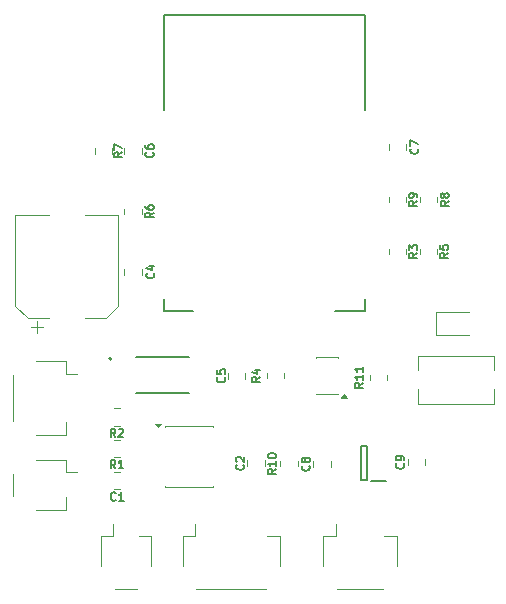
<source format=gbr>
%TF.GenerationSoftware,KiCad,Pcbnew,9.0.6-9.0.6~ubuntu22.04.1*%
%TF.CreationDate,2026-01-04T20:59:47+05:30*%
%TF.ProjectId,TWIN_NODE,5457494e-5f4e-44f4-9445-2e6b69636164,rev?*%
%TF.SameCoordinates,Original*%
%TF.FileFunction,Legend,Top*%
%TF.FilePolarity,Positive*%
%FSLAX46Y46*%
G04 Gerber Fmt 4.6, Leading zero omitted, Abs format (unit mm)*
G04 Created by KiCad (PCBNEW 9.0.6-9.0.6~ubuntu22.04.1) date 2026-01-04 20:59:47*
%MOMM*%
%LPD*%
G01*
G04 APERTURE LIST*
%ADD10C,0.175000*%
%ADD11C,0.120000*%
%ADD12C,0.127000*%
%ADD13C,0.200000*%
G04 APERTURE END LIST*
D10*
X162764733Y-85616666D02*
X162431400Y-85849999D01*
X162764733Y-86016666D02*
X162064733Y-86016666D01*
X162064733Y-86016666D02*
X162064733Y-85749999D01*
X162064733Y-85749999D02*
X162098066Y-85683333D01*
X162098066Y-85683333D02*
X162131400Y-85649999D01*
X162131400Y-85649999D02*
X162198066Y-85616666D01*
X162198066Y-85616666D02*
X162298066Y-85616666D01*
X162298066Y-85616666D02*
X162364733Y-85649999D01*
X162364733Y-85649999D02*
X162398066Y-85683333D01*
X162398066Y-85683333D02*
X162431400Y-85749999D01*
X162431400Y-85749999D02*
X162431400Y-86016666D01*
X162298066Y-85016666D02*
X162764733Y-85016666D01*
X162031400Y-85183333D02*
X162531400Y-85349999D01*
X162531400Y-85349999D02*
X162531400Y-84916666D01*
X153738066Y-76826666D02*
X153771400Y-76859999D01*
X153771400Y-76859999D02*
X153804733Y-76959999D01*
X153804733Y-76959999D02*
X153804733Y-77026666D01*
X153804733Y-77026666D02*
X153771400Y-77126666D01*
X153771400Y-77126666D02*
X153704733Y-77193333D01*
X153704733Y-77193333D02*
X153638066Y-77226666D01*
X153638066Y-77226666D02*
X153504733Y-77259999D01*
X153504733Y-77259999D02*
X153404733Y-77259999D01*
X153404733Y-77259999D02*
X153271400Y-77226666D01*
X153271400Y-77226666D02*
X153204733Y-77193333D01*
X153204733Y-77193333D02*
X153138066Y-77126666D01*
X153138066Y-77126666D02*
X153104733Y-77026666D01*
X153104733Y-77026666D02*
X153104733Y-76959999D01*
X153104733Y-76959999D02*
X153138066Y-76859999D01*
X153138066Y-76859999D02*
X153171400Y-76826666D01*
X153338066Y-76226666D02*
X153804733Y-76226666D01*
X153071400Y-76393333D02*
X153571400Y-76559999D01*
X153571400Y-76559999D02*
X153571400Y-76126666D01*
X153673066Y-66591666D02*
X153706400Y-66624999D01*
X153706400Y-66624999D02*
X153739733Y-66724999D01*
X153739733Y-66724999D02*
X153739733Y-66791666D01*
X153739733Y-66791666D02*
X153706400Y-66891666D01*
X153706400Y-66891666D02*
X153639733Y-66958333D01*
X153639733Y-66958333D02*
X153573066Y-66991666D01*
X153573066Y-66991666D02*
X153439733Y-67024999D01*
X153439733Y-67024999D02*
X153339733Y-67024999D01*
X153339733Y-67024999D02*
X153206400Y-66991666D01*
X153206400Y-66991666D02*
X153139733Y-66958333D01*
X153139733Y-66958333D02*
X153073066Y-66891666D01*
X153073066Y-66891666D02*
X153039733Y-66791666D01*
X153039733Y-66791666D02*
X153039733Y-66724999D01*
X153039733Y-66724999D02*
X153073066Y-66624999D01*
X153073066Y-66624999D02*
X153106400Y-66591666D01*
X153039733Y-65991666D02*
X153039733Y-66124999D01*
X153039733Y-66124999D02*
X153073066Y-66191666D01*
X153073066Y-66191666D02*
X153106400Y-66224999D01*
X153106400Y-66224999D02*
X153206400Y-66291666D01*
X153206400Y-66291666D02*
X153339733Y-66324999D01*
X153339733Y-66324999D02*
X153606400Y-66324999D01*
X153606400Y-66324999D02*
X153673066Y-66291666D01*
X153673066Y-66291666D02*
X153706400Y-66258333D01*
X153706400Y-66258333D02*
X153739733Y-66191666D01*
X153739733Y-66191666D02*
X153739733Y-66058333D01*
X153739733Y-66058333D02*
X153706400Y-65991666D01*
X153706400Y-65991666D02*
X153673066Y-65958333D01*
X153673066Y-65958333D02*
X153606400Y-65924999D01*
X153606400Y-65924999D02*
X153439733Y-65924999D01*
X153439733Y-65924999D02*
X153373066Y-65958333D01*
X153373066Y-65958333D02*
X153339733Y-65991666D01*
X153339733Y-65991666D02*
X153306400Y-66058333D01*
X153306400Y-66058333D02*
X153306400Y-66191666D01*
X153306400Y-66191666D02*
X153339733Y-66258333D01*
X153339733Y-66258333D02*
X153373066Y-66291666D01*
X153373066Y-66291666D02*
X153439733Y-66324999D01*
X164114733Y-93412500D02*
X163781400Y-93645833D01*
X164114733Y-93812500D02*
X163414733Y-93812500D01*
X163414733Y-93812500D02*
X163414733Y-93545833D01*
X163414733Y-93545833D02*
X163448066Y-93479167D01*
X163448066Y-93479167D02*
X163481400Y-93445833D01*
X163481400Y-93445833D02*
X163548066Y-93412500D01*
X163548066Y-93412500D02*
X163648066Y-93412500D01*
X163648066Y-93412500D02*
X163714733Y-93445833D01*
X163714733Y-93445833D02*
X163748066Y-93479167D01*
X163748066Y-93479167D02*
X163781400Y-93545833D01*
X163781400Y-93545833D02*
X163781400Y-93812500D01*
X164114733Y-92745833D02*
X164114733Y-93145833D01*
X164114733Y-92945833D02*
X163414733Y-92945833D01*
X163414733Y-92945833D02*
X163514733Y-93012500D01*
X163514733Y-93012500D02*
X163581400Y-93079167D01*
X163581400Y-93079167D02*
X163614733Y-93145833D01*
X163414733Y-92312500D02*
X163414733Y-92245833D01*
X163414733Y-92245833D02*
X163448066Y-92179166D01*
X163448066Y-92179166D02*
X163481400Y-92145833D01*
X163481400Y-92145833D02*
X163548066Y-92112500D01*
X163548066Y-92112500D02*
X163681400Y-92079166D01*
X163681400Y-92079166D02*
X163848066Y-92079166D01*
X163848066Y-92079166D02*
X163981400Y-92112500D01*
X163981400Y-92112500D02*
X164048066Y-92145833D01*
X164048066Y-92145833D02*
X164081400Y-92179166D01*
X164081400Y-92179166D02*
X164114733Y-92245833D01*
X164114733Y-92245833D02*
X164114733Y-92312500D01*
X164114733Y-92312500D02*
X164081400Y-92379166D01*
X164081400Y-92379166D02*
X164048066Y-92412500D01*
X164048066Y-92412500D02*
X163981400Y-92445833D01*
X163981400Y-92445833D02*
X163848066Y-92479166D01*
X163848066Y-92479166D02*
X163681400Y-92479166D01*
X163681400Y-92479166D02*
X163548066Y-92445833D01*
X163548066Y-92445833D02*
X163481400Y-92412500D01*
X163481400Y-92412500D02*
X163448066Y-92379166D01*
X163448066Y-92379166D02*
X163414733Y-92312500D01*
X171464733Y-86117500D02*
X171131400Y-86350833D01*
X171464733Y-86517500D02*
X170764733Y-86517500D01*
X170764733Y-86517500D02*
X170764733Y-86250833D01*
X170764733Y-86250833D02*
X170798066Y-86184167D01*
X170798066Y-86184167D02*
X170831400Y-86150833D01*
X170831400Y-86150833D02*
X170898066Y-86117500D01*
X170898066Y-86117500D02*
X170998066Y-86117500D01*
X170998066Y-86117500D02*
X171064733Y-86150833D01*
X171064733Y-86150833D02*
X171098066Y-86184167D01*
X171098066Y-86184167D02*
X171131400Y-86250833D01*
X171131400Y-86250833D02*
X171131400Y-86517500D01*
X171464733Y-85450833D02*
X171464733Y-85850833D01*
X171464733Y-85650833D02*
X170764733Y-85650833D01*
X170764733Y-85650833D02*
X170864733Y-85717500D01*
X170864733Y-85717500D02*
X170931400Y-85784167D01*
X170931400Y-85784167D02*
X170964733Y-85850833D01*
X171464733Y-84784166D02*
X171464733Y-85184166D01*
X171464733Y-84984166D02*
X170764733Y-84984166D01*
X170764733Y-84984166D02*
X170864733Y-85050833D01*
X170864733Y-85050833D02*
X170931400Y-85117500D01*
X170931400Y-85117500D02*
X170964733Y-85184166D01*
X176039733Y-70716666D02*
X175706400Y-70949999D01*
X176039733Y-71116666D02*
X175339733Y-71116666D01*
X175339733Y-71116666D02*
X175339733Y-70849999D01*
X175339733Y-70849999D02*
X175373066Y-70783333D01*
X175373066Y-70783333D02*
X175406400Y-70749999D01*
X175406400Y-70749999D02*
X175473066Y-70716666D01*
X175473066Y-70716666D02*
X175573066Y-70716666D01*
X175573066Y-70716666D02*
X175639733Y-70749999D01*
X175639733Y-70749999D02*
X175673066Y-70783333D01*
X175673066Y-70783333D02*
X175706400Y-70849999D01*
X175706400Y-70849999D02*
X175706400Y-71116666D01*
X176039733Y-70383333D02*
X176039733Y-70249999D01*
X176039733Y-70249999D02*
X176006400Y-70183333D01*
X176006400Y-70183333D02*
X175973066Y-70149999D01*
X175973066Y-70149999D02*
X175873066Y-70083333D01*
X175873066Y-70083333D02*
X175739733Y-70049999D01*
X175739733Y-70049999D02*
X175473066Y-70049999D01*
X175473066Y-70049999D02*
X175406400Y-70083333D01*
X175406400Y-70083333D02*
X175373066Y-70116666D01*
X175373066Y-70116666D02*
X175339733Y-70183333D01*
X175339733Y-70183333D02*
X175339733Y-70316666D01*
X175339733Y-70316666D02*
X175373066Y-70383333D01*
X175373066Y-70383333D02*
X175406400Y-70416666D01*
X175406400Y-70416666D02*
X175473066Y-70449999D01*
X175473066Y-70449999D02*
X175639733Y-70449999D01*
X175639733Y-70449999D02*
X175706400Y-70416666D01*
X175706400Y-70416666D02*
X175739733Y-70383333D01*
X175739733Y-70383333D02*
X175773066Y-70316666D01*
X175773066Y-70316666D02*
X175773066Y-70183333D01*
X175773066Y-70183333D02*
X175739733Y-70116666D01*
X175739733Y-70116666D02*
X175706400Y-70083333D01*
X175706400Y-70083333D02*
X175639733Y-70049999D01*
X150508333Y-93364733D02*
X150275000Y-93031400D01*
X150108333Y-93364733D02*
X150108333Y-92664733D01*
X150108333Y-92664733D02*
X150375000Y-92664733D01*
X150375000Y-92664733D02*
X150441667Y-92698066D01*
X150441667Y-92698066D02*
X150475000Y-92731400D01*
X150475000Y-92731400D02*
X150508333Y-92798066D01*
X150508333Y-92798066D02*
X150508333Y-92898066D01*
X150508333Y-92898066D02*
X150475000Y-92964733D01*
X150475000Y-92964733D02*
X150441667Y-92998066D01*
X150441667Y-92998066D02*
X150375000Y-93031400D01*
X150375000Y-93031400D02*
X150108333Y-93031400D01*
X151175000Y-93364733D02*
X150775000Y-93364733D01*
X150975000Y-93364733D02*
X150975000Y-92664733D01*
X150975000Y-92664733D02*
X150908333Y-92764733D01*
X150908333Y-92764733D02*
X150841667Y-92831400D01*
X150841667Y-92831400D02*
X150775000Y-92864733D01*
X176064733Y-75116666D02*
X175731400Y-75349999D01*
X176064733Y-75516666D02*
X175364733Y-75516666D01*
X175364733Y-75516666D02*
X175364733Y-75249999D01*
X175364733Y-75249999D02*
X175398066Y-75183333D01*
X175398066Y-75183333D02*
X175431400Y-75149999D01*
X175431400Y-75149999D02*
X175498066Y-75116666D01*
X175498066Y-75116666D02*
X175598066Y-75116666D01*
X175598066Y-75116666D02*
X175664733Y-75149999D01*
X175664733Y-75149999D02*
X175698066Y-75183333D01*
X175698066Y-75183333D02*
X175731400Y-75249999D01*
X175731400Y-75249999D02*
X175731400Y-75516666D01*
X175364733Y-74883333D02*
X175364733Y-74449999D01*
X175364733Y-74449999D02*
X175631400Y-74683333D01*
X175631400Y-74683333D02*
X175631400Y-74583333D01*
X175631400Y-74583333D02*
X175664733Y-74516666D01*
X175664733Y-74516666D02*
X175698066Y-74483333D01*
X175698066Y-74483333D02*
X175764733Y-74449999D01*
X175764733Y-74449999D02*
X175931400Y-74449999D01*
X175931400Y-74449999D02*
X175998066Y-74483333D01*
X175998066Y-74483333D02*
X176031400Y-74516666D01*
X176031400Y-74516666D02*
X176064733Y-74583333D01*
X176064733Y-74583333D02*
X176064733Y-74783333D01*
X176064733Y-74783333D02*
X176031400Y-74849999D01*
X176031400Y-74849999D02*
X175998066Y-74883333D01*
X151089733Y-66591666D02*
X150756400Y-66824999D01*
X151089733Y-66991666D02*
X150389733Y-66991666D01*
X150389733Y-66991666D02*
X150389733Y-66724999D01*
X150389733Y-66724999D02*
X150423066Y-66658333D01*
X150423066Y-66658333D02*
X150456400Y-66624999D01*
X150456400Y-66624999D02*
X150523066Y-66591666D01*
X150523066Y-66591666D02*
X150623066Y-66591666D01*
X150623066Y-66591666D02*
X150689733Y-66624999D01*
X150689733Y-66624999D02*
X150723066Y-66658333D01*
X150723066Y-66658333D02*
X150756400Y-66724999D01*
X150756400Y-66724999D02*
X150756400Y-66991666D01*
X150389733Y-66358333D02*
X150389733Y-65891666D01*
X150389733Y-65891666D02*
X151089733Y-66191666D01*
X150538333Y-96023066D02*
X150505000Y-96056400D01*
X150505000Y-96056400D02*
X150405000Y-96089733D01*
X150405000Y-96089733D02*
X150338333Y-96089733D01*
X150338333Y-96089733D02*
X150238333Y-96056400D01*
X150238333Y-96056400D02*
X150171667Y-95989733D01*
X150171667Y-95989733D02*
X150138333Y-95923066D01*
X150138333Y-95923066D02*
X150105000Y-95789733D01*
X150105000Y-95789733D02*
X150105000Y-95689733D01*
X150105000Y-95689733D02*
X150138333Y-95556400D01*
X150138333Y-95556400D02*
X150171667Y-95489733D01*
X150171667Y-95489733D02*
X150238333Y-95423066D01*
X150238333Y-95423066D02*
X150338333Y-95389733D01*
X150338333Y-95389733D02*
X150405000Y-95389733D01*
X150405000Y-95389733D02*
X150505000Y-95423066D01*
X150505000Y-95423066D02*
X150538333Y-95456400D01*
X151205000Y-96089733D02*
X150805000Y-96089733D01*
X151005000Y-96089733D02*
X151005000Y-95389733D01*
X151005000Y-95389733D02*
X150938333Y-95489733D01*
X150938333Y-95489733D02*
X150871667Y-95556400D01*
X150871667Y-95556400D02*
X150805000Y-95589733D01*
X166898066Y-93116666D02*
X166931400Y-93149999D01*
X166931400Y-93149999D02*
X166964733Y-93249999D01*
X166964733Y-93249999D02*
X166964733Y-93316666D01*
X166964733Y-93316666D02*
X166931400Y-93416666D01*
X166931400Y-93416666D02*
X166864733Y-93483333D01*
X166864733Y-93483333D02*
X166798066Y-93516666D01*
X166798066Y-93516666D02*
X166664733Y-93549999D01*
X166664733Y-93549999D02*
X166564733Y-93549999D01*
X166564733Y-93549999D02*
X166431400Y-93516666D01*
X166431400Y-93516666D02*
X166364733Y-93483333D01*
X166364733Y-93483333D02*
X166298066Y-93416666D01*
X166298066Y-93416666D02*
X166264733Y-93316666D01*
X166264733Y-93316666D02*
X166264733Y-93249999D01*
X166264733Y-93249999D02*
X166298066Y-93149999D01*
X166298066Y-93149999D02*
X166331400Y-93116666D01*
X166564733Y-92716666D02*
X166531400Y-92783333D01*
X166531400Y-92783333D02*
X166498066Y-92816666D01*
X166498066Y-92816666D02*
X166431400Y-92849999D01*
X166431400Y-92849999D02*
X166398066Y-92849999D01*
X166398066Y-92849999D02*
X166331400Y-92816666D01*
X166331400Y-92816666D02*
X166298066Y-92783333D01*
X166298066Y-92783333D02*
X166264733Y-92716666D01*
X166264733Y-92716666D02*
X166264733Y-92583333D01*
X166264733Y-92583333D02*
X166298066Y-92516666D01*
X166298066Y-92516666D02*
X166331400Y-92483333D01*
X166331400Y-92483333D02*
X166398066Y-92449999D01*
X166398066Y-92449999D02*
X166431400Y-92449999D01*
X166431400Y-92449999D02*
X166498066Y-92483333D01*
X166498066Y-92483333D02*
X166531400Y-92516666D01*
X166531400Y-92516666D02*
X166564733Y-92583333D01*
X166564733Y-92583333D02*
X166564733Y-92716666D01*
X166564733Y-92716666D02*
X166598066Y-92783333D01*
X166598066Y-92783333D02*
X166631400Y-92816666D01*
X166631400Y-92816666D02*
X166698066Y-92849999D01*
X166698066Y-92849999D02*
X166831400Y-92849999D01*
X166831400Y-92849999D02*
X166898066Y-92816666D01*
X166898066Y-92816666D02*
X166931400Y-92783333D01*
X166931400Y-92783333D02*
X166964733Y-92716666D01*
X166964733Y-92716666D02*
X166964733Y-92583333D01*
X166964733Y-92583333D02*
X166931400Y-92516666D01*
X166931400Y-92516666D02*
X166898066Y-92483333D01*
X166898066Y-92483333D02*
X166831400Y-92449999D01*
X166831400Y-92449999D02*
X166698066Y-92449999D01*
X166698066Y-92449999D02*
X166631400Y-92483333D01*
X166631400Y-92483333D02*
X166598066Y-92516666D01*
X166598066Y-92516666D02*
X166564733Y-92583333D01*
X159748066Y-85646666D02*
X159781400Y-85679999D01*
X159781400Y-85679999D02*
X159814733Y-85779999D01*
X159814733Y-85779999D02*
X159814733Y-85846666D01*
X159814733Y-85846666D02*
X159781400Y-85946666D01*
X159781400Y-85946666D02*
X159714733Y-86013333D01*
X159714733Y-86013333D02*
X159648066Y-86046666D01*
X159648066Y-86046666D02*
X159514733Y-86079999D01*
X159514733Y-86079999D02*
X159414733Y-86079999D01*
X159414733Y-86079999D02*
X159281400Y-86046666D01*
X159281400Y-86046666D02*
X159214733Y-86013333D01*
X159214733Y-86013333D02*
X159148066Y-85946666D01*
X159148066Y-85946666D02*
X159114733Y-85846666D01*
X159114733Y-85846666D02*
X159114733Y-85779999D01*
X159114733Y-85779999D02*
X159148066Y-85679999D01*
X159148066Y-85679999D02*
X159181400Y-85646666D01*
X159114733Y-85013333D02*
X159114733Y-85346666D01*
X159114733Y-85346666D02*
X159448066Y-85379999D01*
X159448066Y-85379999D02*
X159414733Y-85346666D01*
X159414733Y-85346666D02*
X159381400Y-85279999D01*
X159381400Y-85279999D02*
X159381400Y-85113333D01*
X159381400Y-85113333D02*
X159414733Y-85046666D01*
X159414733Y-85046666D02*
X159448066Y-85013333D01*
X159448066Y-85013333D02*
X159514733Y-84979999D01*
X159514733Y-84979999D02*
X159681400Y-84979999D01*
X159681400Y-84979999D02*
X159748066Y-85013333D01*
X159748066Y-85013333D02*
X159781400Y-85046666D01*
X159781400Y-85046666D02*
X159814733Y-85113333D01*
X159814733Y-85113333D02*
X159814733Y-85279999D01*
X159814733Y-85279999D02*
X159781400Y-85346666D01*
X159781400Y-85346666D02*
X159748066Y-85379999D01*
X150508333Y-90689733D02*
X150275000Y-90356400D01*
X150108333Y-90689733D02*
X150108333Y-89989733D01*
X150108333Y-89989733D02*
X150375000Y-89989733D01*
X150375000Y-89989733D02*
X150441667Y-90023066D01*
X150441667Y-90023066D02*
X150475000Y-90056400D01*
X150475000Y-90056400D02*
X150508333Y-90123066D01*
X150508333Y-90123066D02*
X150508333Y-90223066D01*
X150508333Y-90223066D02*
X150475000Y-90289733D01*
X150475000Y-90289733D02*
X150441667Y-90323066D01*
X150441667Y-90323066D02*
X150375000Y-90356400D01*
X150375000Y-90356400D02*
X150108333Y-90356400D01*
X150775000Y-90056400D02*
X150808333Y-90023066D01*
X150808333Y-90023066D02*
X150875000Y-89989733D01*
X150875000Y-89989733D02*
X151041667Y-89989733D01*
X151041667Y-89989733D02*
X151108333Y-90023066D01*
X151108333Y-90023066D02*
X151141667Y-90056400D01*
X151141667Y-90056400D02*
X151175000Y-90123066D01*
X151175000Y-90123066D02*
X151175000Y-90189733D01*
X151175000Y-90189733D02*
X151141667Y-90289733D01*
X151141667Y-90289733D02*
X150741667Y-90689733D01*
X150741667Y-90689733D02*
X151175000Y-90689733D01*
X153739733Y-71705416D02*
X153406400Y-71938749D01*
X153739733Y-72105416D02*
X153039733Y-72105416D01*
X153039733Y-72105416D02*
X153039733Y-71838749D01*
X153039733Y-71838749D02*
X153073066Y-71772083D01*
X153073066Y-71772083D02*
X153106400Y-71738749D01*
X153106400Y-71738749D02*
X153173066Y-71705416D01*
X153173066Y-71705416D02*
X153273066Y-71705416D01*
X153273066Y-71705416D02*
X153339733Y-71738749D01*
X153339733Y-71738749D02*
X153373066Y-71772083D01*
X153373066Y-71772083D02*
X153406400Y-71838749D01*
X153406400Y-71838749D02*
X153406400Y-72105416D01*
X153039733Y-71105416D02*
X153039733Y-71238749D01*
X153039733Y-71238749D02*
X153073066Y-71305416D01*
X153073066Y-71305416D02*
X153106400Y-71338749D01*
X153106400Y-71338749D02*
X153206400Y-71405416D01*
X153206400Y-71405416D02*
X153339733Y-71438749D01*
X153339733Y-71438749D02*
X153606400Y-71438749D01*
X153606400Y-71438749D02*
X153673066Y-71405416D01*
X153673066Y-71405416D02*
X153706400Y-71372083D01*
X153706400Y-71372083D02*
X153739733Y-71305416D01*
X153739733Y-71305416D02*
X153739733Y-71172083D01*
X153739733Y-71172083D02*
X153706400Y-71105416D01*
X153706400Y-71105416D02*
X153673066Y-71072083D01*
X153673066Y-71072083D02*
X153606400Y-71038749D01*
X153606400Y-71038749D02*
X153439733Y-71038749D01*
X153439733Y-71038749D02*
X153373066Y-71072083D01*
X153373066Y-71072083D02*
X153339733Y-71105416D01*
X153339733Y-71105416D02*
X153306400Y-71172083D01*
X153306400Y-71172083D02*
X153306400Y-71305416D01*
X153306400Y-71305416D02*
X153339733Y-71372083D01*
X153339733Y-71372083D02*
X153373066Y-71405416D01*
X153373066Y-71405416D02*
X153439733Y-71438749D01*
X176098066Y-66279166D02*
X176131400Y-66312499D01*
X176131400Y-66312499D02*
X176164733Y-66412499D01*
X176164733Y-66412499D02*
X176164733Y-66479166D01*
X176164733Y-66479166D02*
X176131400Y-66579166D01*
X176131400Y-66579166D02*
X176064733Y-66645833D01*
X176064733Y-66645833D02*
X175998066Y-66679166D01*
X175998066Y-66679166D02*
X175864733Y-66712499D01*
X175864733Y-66712499D02*
X175764733Y-66712499D01*
X175764733Y-66712499D02*
X175631400Y-66679166D01*
X175631400Y-66679166D02*
X175564733Y-66645833D01*
X175564733Y-66645833D02*
X175498066Y-66579166D01*
X175498066Y-66579166D02*
X175464733Y-66479166D01*
X175464733Y-66479166D02*
X175464733Y-66412499D01*
X175464733Y-66412499D02*
X175498066Y-66312499D01*
X175498066Y-66312499D02*
X175531400Y-66279166D01*
X175464733Y-66045833D02*
X175464733Y-65579166D01*
X175464733Y-65579166D02*
X176164733Y-65879166D01*
X161348066Y-93049166D02*
X161381400Y-93082499D01*
X161381400Y-93082499D02*
X161414733Y-93182499D01*
X161414733Y-93182499D02*
X161414733Y-93249166D01*
X161414733Y-93249166D02*
X161381400Y-93349166D01*
X161381400Y-93349166D02*
X161314733Y-93415833D01*
X161314733Y-93415833D02*
X161248066Y-93449166D01*
X161248066Y-93449166D02*
X161114733Y-93482499D01*
X161114733Y-93482499D02*
X161014733Y-93482499D01*
X161014733Y-93482499D02*
X160881400Y-93449166D01*
X160881400Y-93449166D02*
X160814733Y-93415833D01*
X160814733Y-93415833D02*
X160748066Y-93349166D01*
X160748066Y-93349166D02*
X160714733Y-93249166D01*
X160714733Y-93249166D02*
X160714733Y-93182499D01*
X160714733Y-93182499D02*
X160748066Y-93082499D01*
X160748066Y-93082499D02*
X160781400Y-93049166D01*
X160781400Y-92782499D02*
X160748066Y-92749166D01*
X160748066Y-92749166D02*
X160714733Y-92682499D01*
X160714733Y-92682499D02*
X160714733Y-92515833D01*
X160714733Y-92515833D02*
X160748066Y-92449166D01*
X160748066Y-92449166D02*
X160781400Y-92415833D01*
X160781400Y-92415833D02*
X160848066Y-92382499D01*
X160848066Y-92382499D02*
X160914733Y-92382499D01*
X160914733Y-92382499D02*
X161014733Y-92415833D01*
X161014733Y-92415833D02*
X161414733Y-92815833D01*
X161414733Y-92815833D02*
X161414733Y-92382499D01*
X174898066Y-92939166D02*
X174931400Y-92972499D01*
X174931400Y-92972499D02*
X174964733Y-93072499D01*
X174964733Y-93072499D02*
X174964733Y-93139166D01*
X174964733Y-93139166D02*
X174931400Y-93239166D01*
X174931400Y-93239166D02*
X174864733Y-93305833D01*
X174864733Y-93305833D02*
X174798066Y-93339166D01*
X174798066Y-93339166D02*
X174664733Y-93372499D01*
X174664733Y-93372499D02*
X174564733Y-93372499D01*
X174564733Y-93372499D02*
X174431400Y-93339166D01*
X174431400Y-93339166D02*
X174364733Y-93305833D01*
X174364733Y-93305833D02*
X174298066Y-93239166D01*
X174298066Y-93239166D02*
X174264733Y-93139166D01*
X174264733Y-93139166D02*
X174264733Y-93072499D01*
X174264733Y-93072499D02*
X174298066Y-92972499D01*
X174298066Y-92972499D02*
X174331400Y-92939166D01*
X174964733Y-92605833D02*
X174964733Y-92472499D01*
X174964733Y-92472499D02*
X174931400Y-92405833D01*
X174931400Y-92405833D02*
X174898066Y-92372499D01*
X174898066Y-92372499D02*
X174798066Y-92305833D01*
X174798066Y-92305833D02*
X174664733Y-92272499D01*
X174664733Y-92272499D02*
X174398066Y-92272499D01*
X174398066Y-92272499D02*
X174331400Y-92305833D01*
X174331400Y-92305833D02*
X174298066Y-92339166D01*
X174298066Y-92339166D02*
X174264733Y-92405833D01*
X174264733Y-92405833D02*
X174264733Y-92539166D01*
X174264733Y-92539166D02*
X174298066Y-92605833D01*
X174298066Y-92605833D02*
X174331400Y-92639166D01*
X174331400Y-92639166D02*
X174398066Y-92672499D01*
X174398066Y-92672499D02*
X174564733Y-92672499D01*
X174564733Y-92672499D02*
X174631400Y-92639166D01*
X174631400Y-92639166D02*
X174664733Y-92605833D01*
X174664733Y-92605833D02*
X174698066Y-92539166D01*
X174698066Y-92539166D02*
X174698066Y-92405833D01*
X174698066Y-92405833D02*
X174664733Y-92339166D01*
X174664733Y-92339166D02*
X174631400Y-92305833D01*
X174631400Y-92305833D02*
X174564733Y-92272499D01*
X178739733Y-70716666D02*
X178406400Y-70949999D01*
X178739733Y-71116666D02*
X178039733Y-71116666D01*
X178039733Y-71116666D02*
X178039733Y-70849999D01*
X178039733Y-70849999D02*
X178073066Y-70783333D01*
X178073066Y-70783333D02*
X178106400Y-70749999D01*
X178106400Y-70749999D02*
X178173066Y-70716666D01*
X178173066Y-70716666D02*
X178273066Y-70716666D01*
X178273066Y-70716666D02*
X178339733Y-70749999D01*
X178339733Y-70749999D02*
X178373066Y-70783333D01*
X178373066Y-70783333D02*
X178406400Y-70849999D01*
X178406400Y-70849999D02*
X178406400Y-71116666D01*
X178339733Y-70316666D02*
X178306400Y-70383333D01*
X178306400Y-70383333D02*
X178273066Y-70416666D01*
X178273066Y-70416666D02*
X178206400Y-70449999D01*
X178206400Y-70449999D02*
X178173066Y-70449999D01*
X178173066Y-70449999D02*
X178106400Y-70416666D01*
X178106400Y-70416666D02*
X178073066Y-70383333D01*
X178073066Y-70383333D02*
X178039733Y-70316666D01*
X178039733Y-70316666D02*
X178039733Y-70183333D01*
X178039733Y-70183333D02*
X178073066Y-70116666D01*
X178073066Y-70116666D02*
X178106400Y-70083333D01*
X178106400Y-70083333D02*
X178173066Y-70049999D01*
X178173066Y-70049999D02*
X178206400Y-70049999D01*
X178206400Y-70049999D02*
X178273066Y-70083333D01*
X178273066Y-70083333D02*
X178306400Y-70116666D01*
X178306400Y-70116666D02*
X178339733Y-70183333D01*
X178339733Y-70183333D02*
X178339733Y-70316666D01*
X178339733Y-70316666D02*
X178373066Y-70383333D01*
X178373066Y-70383333D02*
X178406400Y-70416666D01*
X178406400Y-70416666D02*
X178473066Y-70449999D01*
X178473066Y-70449999D02*
X178606400Y-70449999D01*
X178606400Y-70449999D02*
X178673066Y-70416666D01*
X178673066Y-70416666D02*
X178706400Y-70383333D01*
X178706400Y-70383333D02*
X178739733Y-70316666D01*
X178739733Y-70316666D02*
X178739733Y-70183333D01*
X178739733Y-70183333D02*
X178706400Y-70116666D01*
X178706400Y-70116666D02*
X178673066Y-70083333D01*
X178673066Y-70083333D02*
X178606400Y-70049999D01*
X178606400Y-70049999D02*
X178473066Y-70049999D01*
X178473066Y-70049999D02*
X178406400Y-70083333D01*
X178406400Y-70083333D02*
X178373066Y-70116666D01*
X178373066Y-70116666D02*
X178339733Y-70183333D01*
X178664733Y-75116666D02*
X178331400Y-75349999D01*
X178664733Y-75516666D02*
X177964733Y-75516666D01*
X177964733Y-75516666D02*
X177964733Y-75249999D01*
X177964733Y-75249999D02*
X177998066Y-75183333D01*
X177998066Y-75183333D02*
X178031400Y-75149999D01*
X178031400Y-75149999D02*
X178098066Y-75116666D01*
X178098066Y-75116666D02*
X178198066Y-75116666D01*
X178198066Y-75116666D02*
X178264733Y-75149999D01*
X178264733Y-75149999D02*
X178298066Y-75183333D01*
X178298066Y-75183333D02*
X178331400Y-75249999D01*
X178331400Y-75249999D02*
X178331400Y-75516666D01*
X177964733Y-74483333D02*
X177964733Y-74816666D01*
X177964733Y-74816666D02*
X178298066Y-74849999D01*
X178298066Y-74849999D02*
X178264733Y-74816666D01*
X178264733Y-74816666D02*
X178231400Y-74749999D01*
X178231400Y-74749999D02*
X178231400Y-74583333D01*
X178231400Y-74583333D02*
X178264733Y-74516666D01*
X178264733Y-74516666D02*
X178298066Y-74483333D01*
X178298066Y-74483333D02*
X178364733Y-74449999D01*
X178364733Y-74449999D02*
X178531400Y-74449999D01*
X178531400Y-74449999D02*
X178598066Y-74483333D01*
X178598066Y-74483333D02*
X178631400Y-74516666D01*
X178631400Y-74516666D02*
X178664733Y-74583333D01*
X178664733Y-74583333D02*
X178664733Y-74749999D01*
X178664733Y-74749999D02*
X178631400Y-74816666D01*
X178631400Y-74816666D02*
X178598066Y-74849999D01*
D11*
%TO.C,R4*%
X163325000Y-85727064D02*
X163325000Y-85272936D01*
X164795000Y-85727064D02*
X164795000Y-85272936D01*
%TO.C,C4*%
X151265000Y-76976252D02*
X151265000Y-76453748D01*
X152735000Y-76976252D02*
X152735000Y-76453748D01*
D12*
%TO.C,Q1*%
X152250000Y-83927500D02*
X156750000Y-83927500D01*
X152250000Y-86957500D02*
X156750000Y-86957500D01*
D13*
X150160000Y-84067500D02*
G75*
G02*
X149960000Y-84067500I-100000J0D01*
G01*
X149960000Y-84067500D02*
G75*
G02*
X150160000Y-84067500I100000J0D01*
G01*
D11*
%TO.C,J3*%
X149290000Y-99090000D02*
X150340000Y-99090000D01*
X149290000Y-101590000D02*
X149290000Y-99090000D01*
X150340000Y-99090000D02*
X150340000Y-98100000D01*
X150460000Y-103560000D02*
X152340000Y-103560000D01*
X153510000Y-99090000D02*
X152460000Y-99090000D01*
X153510000Y-101590000D02*
X153510000Y-99090000D01*
%TO.C,U2*%
X154665000Y-89797500D02*
X158785000Y-89797500D01*
X154665000Y-89892500D02*
X154665000Y-89797500D01*
X154665000Y-94917500D02*
X154665000Y-94822500D01*
X158785000Y-89797500D02*
X158785000Y-89892500D01*
X158785000Y-94822500D02*
X158785000Y-94917500D01*
X158785000Y-94917500D02*
X154665000Y-94917500D01*
X154125000Y-89887500D02*
X153885000Y-89557500D01*
X154365000Y-89557500D01*
X154125000Y-89887500D01*
G36*
X154125000Y-89887500D02*
G01*
X153885000Y-89557500D01*
X154365000Y-89557500D01*
X154125000Y-89887500D01*
G37*
%TO.C,C6*%
X151265000Y-66201248D02*
X151265000Y-66723752D01*
X152735000Y-66201248D02*
X152735000Y-66723752D01*
%TO.C,R10*%
X164465000Y-93189564D02*
X164465000Y-92735436D01*
X165935000Y-93189564D02*
X165935000Y-92735436D01*
%TO.C,R11*%
X172065000Y-85894564D02*
X172065000Y-85440436D01*
X173535000Y-85894564D02*
X173535000Y-85440436D01*
%TO.C,R9*%
X173665000Y-70827064D02*
X173665000Y-70372936D01*
X175135000Y-70827064D02*
X175135000Y-70372936D01*
%TO.C,R1*%
X150852064Y-90931250D02*
X150397936Y-90931250D01*
X150852064Y-92401250D02*
X150397936Y-92401250D01*
%TO.C,R3*%
X173665000Y-75227064D02*
X173665000Y-74772936D01*
X175135000Y-75227064D02*
X175135000Y-74772936D01*
%TO.C,R7*%
X148740000Y-66247936D02*
X148740000Y-66702064D01*
X150210000Y-66247936D02*
X150210000Y-66702064D01*
%TO.C,J4*%
X141815000Y-85450000D02*
X141815000Y-89330000D01*
X143785000Y-84280000D02*
X146285000Y-84280000D01*
X143785000Y-90500000D02*
X146285000Y-90500000D01*
X146285000Y-84280000D02*
X146285000Y-85330000D01*
X146285000Y-85330000D02*
X147275000Y-85330000D01*
X146285000Y-90500000D02*
X146285000Y-89450000D01*
%TO.C,C1*%
X150916252Y-93627500D02*
X150393748Y-93627500D01*
X150916252Y-95097500D02*
X150393748Y-95097500D01*
%TO.C,C8*%
X167265000Y-93261252D02*
X167265000Y-92738748D01*
X168735000Y-93261252D02*
X168735000Y-92738748D01*
%TO.C,C5*%
X160025000Y-85268748D02*
X160025000Y-85791252D01*
X161495000Y-85268748D02*
X161495000Y-85791252D01*
%TO.C,J1*%
X156190000Y-99090000D02*
X157240000Y-99090000D01*
X156190000Y-101590000D02*
X156190000Y-99090000D01*
X157240000Y-99090000D02*
X157240000Y-98100000D01*
X157360000Y-103560000D02*
X163240000Y-103560000D01*
X164410000Y-99090000D02*
X163360000Y-99090000D01*
X164410000Y-101590000D02*
X164410000Y-99090000D01*
%TO.C,R2*%
X150852064Y-88265000D02*
X150397936Y-88265000D01*
X150852064Y-89735000D02*
X150397936Y-89735000D01*
%TO.C,C3*%
X142040000Y-71940000D02*
X144890000Y-71940000D01*
X142040000Y-79595563D02*
X142040000Y-71940000D01*
X143104437Y-80660000D02*
X142040000Y-79595563D01*
X143104437Y-80660000D02*
X144890000Y-80660000D01*
X143390000Y-81400000D02*
X144390000Y-81400000D01*
X143890000Y-81900000D02*
X143890000Y-80900000D01*
X149695563Y-80660000D02*
X147910000Y-80660000D01*
X149695563Y-80660000D02*
X150760000Y-79595563D01*
X150760000Y-71940000D02*
X147910000Y-71940000D01*
X150760000Y-79595563D02*
X150760000Y-71940000D01*
%TO.C,R6*%
X151265000Y-71361686D02*
X151265000Y-71815814D01*
X152735000Y-71361686D02*
X152735000Y-71815814D01*
%TO.C,C7*%
X173665000Y-66423752D02*
X173665000Y-65901248D01*
X175135000Y-66423752D02*
X175135000Y-65901248D01*
%TO.C,D1*%
X177615000Y-80107500D02*
X177615000Y-82027500D01*
X177615000Y-82027500D02*
X180475000Y-82027500D01*
X180475000Y-80107500D02*
X177615000Y-80107500D01*
%TO.C,C2*%
X161665000Y-93193752D02*
X161665000Y-92671248D01*
X163135000Y-93193752D02*
X163135000Y-92671248D01*
%TO.C,C9*%
X175265000Y-92561248D02*
X175265000Y-93083752D01*
X176735000Y-92561248D02*
X176735000Y-93083752D01*
D13*
%TO.C,U1*%
X154600000Y-55000000D02*
X154600000Y-63000000D01*
X154600000Y-55000000D02*
X171600000Y-55000000D01*
X154600000Y-79000000D02*
X154600000Y-80000000D01*
X154600000Y-80000000D02*
X157100000Y-80000000D01*
X171600000Y-55000000D02*
X171600000Y-63000000D01*
X171600000Y-80000000D02*
X169100000Y-80000000D01*
X171600000Y-80000000D02*
X171600000Y-79000000D01*
D11*
%TO.C,R8*%
X176265000Y-70827064D02*
X176265000Y-70372936D01*
X177735000Y-70827064D02*
X177735000Y-70372936D01*
%TO.C,R5*%
X176265000Y-74772936D02*
X176265000Y-75227064D01*
X177735000Y-74772936D02*
X177735000Y-75227064D01*
D13*
%TO.C,IC1*%
X171275000Y-91454500D02*
X171825000Y-91454500D01*
X171275000Y-94350500D02*
X171275000Y-91454500D01*
X171825000Y-91454500D02*
X171825000Y-94350500D01*
X171825000Y-94350500D02*
X171275000Y-94350500D01*
X173425000Y-94416500D02*
X172175000Y-94416500D01*
D11*
%TO.C,J2*%
X168090000Y-99090000D02*
X169140000Y-99090000D01*
X168090000Y-101590000D02*
X168090000Y-99090000D01*
X169140000Y-99090000D02*
X169140000Y-98100000D01*
X169260000Y-103560000D02*
X173140000Y-103560000D01*
X174310000Y-99090000D02*
X173260000Y-99090000D01*
X174310000Y-101590000D02*
X174310000Y-99090000D01*
%TO.C,J5*%
X141815000Y-93790000D02*
X141815000Y-95670000D01*
X143785000Y-92620000D02*
X146285000Y-92620000D01*
X143785000Y-96840000D02*
X146285000Y-96840000D01*
X146285000Y-92620000D02*
X146285000Y-93670000D01*
X146285000Y-93670000D02*
X147275000Y-93670000D01*
X146285000Y-96840000D02*
X146285000Y-95790000D01*
%TO.C,SW1*%
X176125000Y-83867500D02*
X176125000Y-85067500D01*
X176125000Y-86667500D02*
X176125000Y-87867500D01*
X176125000Y-87867500D02*
X182525000Y-87867500D01*
X182525000Y-83867500D02*
X176125000Y-83867500D01*
X182525000Y-85067500D02*
X182525000Y-83867500D01*
X182525000Y-87867500D02*
X182525000Y-86667500D01*
%TO.C,U3*%
X167520000Y-83957500D02*
X169340000Y-83957500D01*
X167520000Y-84007500D02*
X167520000Y-83957500D01*
X167520000Y-87077500D02*
X167520000Y-87027500D01*
X169340000Y-83957500D02*
X169340000Y-84007500D01*
X169340000Y-87027500D02*
X169340000Y-87077500D01*
X169340000Y-87077500D02*
X167520000Y-87077500D01*
X170120000Y-87357500D02*
X169640000Y-87357500D01*
X169880000Y-87027500D01*
X170120000Y-87357500D01*
G36*
X170120000Y-87357500D02*
G01*
X169640000Y-87357500D01*
X169880000Y-87027500D01*
X170120000Y-87357500D01*
G37*
%TD*%
M02*

</source>
